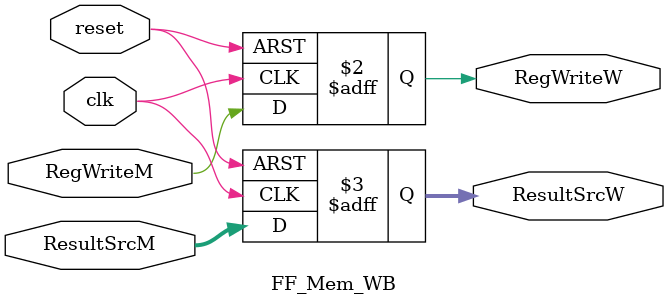
<source format=sv>


module FF_Mem_WB (
input logic        clk, reset, 
input logic        RegWriteM, 
input logic  [1:0] ResultSrcM, 
output logic       RegWriteW, 
output logic [1:0] ResultSrcW);

    always_ff @( posedge clk, posedge reset ) begin
        if (reset) begin
            RegWriteW <= 0;
            ResultSrcW <= 0;           
        end

        else begin
            RegWriteW <= RegWriteM;
            ResultSrcW <= ResultSrcM;
        end
    end
endmodule
</source>
